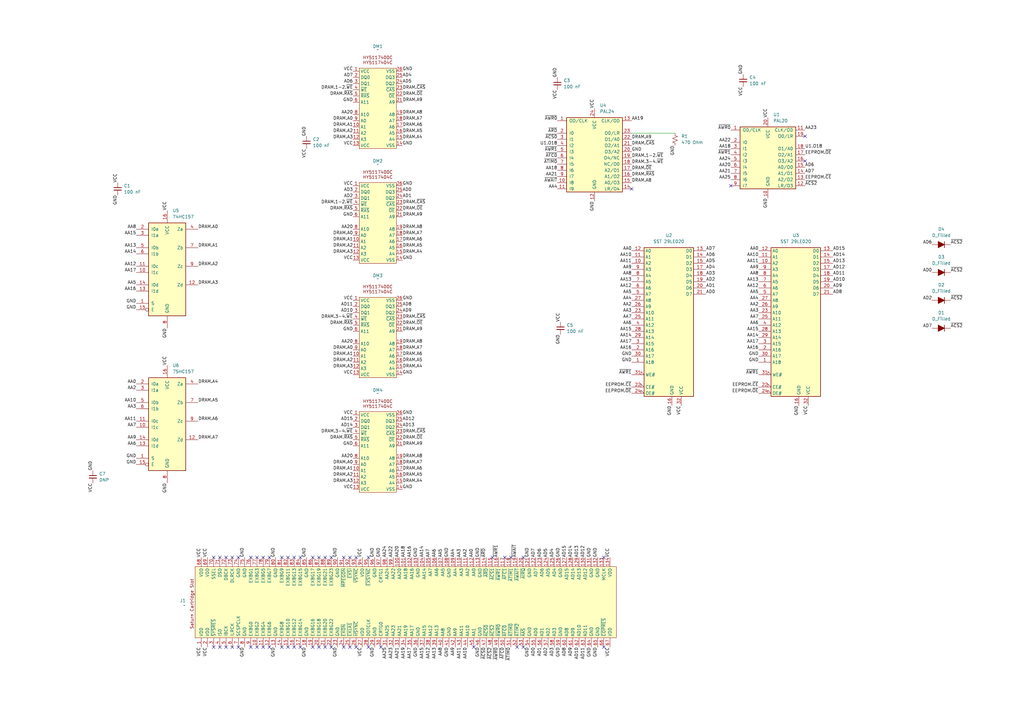
<source format=kicad_sch>
(kicad_sch (version 20250114) (generator "eeschema") (generator_version "9.0")
  (paper "A3")
  (lib_symbols
    (symbol "!Sega Saturn:Cartridge_Edge"
      (property "Reference" "J1" (at 0.0001 90.17 90))
      (property "Value" "~" (at -1.905 90.17 90))
      (symbol "Cartridge_Edge_1_1"
        (rectangle (start -15.24 86.36) (end 13.97 -86.36) (fill (type background)))
        (text "Saturn Cartridge Slot" (at -1.27 87.63 0) (effects (font (size 1.27 1.27))))
        (pin power_in line (at -19.05 83.82 0) (length 3.81) (name "VDD") (number "1"))
        (pin power_in line (at -19.05 81.28 0) (length 3.81) (name "VDD") (number "2"))
        (pin input line (at -19.05 78.74 0) (length 3.81) (name "~{SYSRES}") (number "3"))
        (pin input line (at -19.05 76.2 0) (length 3.81) (name "ISD") (number "4"))
        (pin input line (at -19.05 73.66 0) (length 3.81) (name "IBCK") (number "5"))
        (pin input line (at -19.05 71.12 0) (length 3.81) (name "ILRCK") (number "6"))
        (pin input line (at -19.05 68.58 0) (length 3.81) (name "SCSPCLK") (number "7"))
        (pin power_in line (at -19.05 66.04 0) (length 3.81) (name "GND") (number "8"))
        (pin input line (at -19.05 63.5 0) (length 3.81) (name "EXBG0") (number "9"))
        (pin input line (at -19.05 60.96 0) (length 3.81) (name "EXBG2") (number "10"))
        (pin input line (at -19.05 58.42 0) (length 3.81) (name "EXBG4") (number "11"))
        (pin input line (at -19.05 55.88 0) (length 3.81) (name "EXBG6") (number "12"))
        (pin power_in line (at -19.05 53.34 0) (length 3.81) (name "GND") (number "13"))
        (pin input line (at -19.05 50.8 0) (length 3.81) (name "EXBG8") (number "14"))
        (pin input line (at -19.05 48.26 0) (length 3.81) (name "EXBG10") (number "15"))
        (pin input line (at -19.05 45.72 0) (length 3.81) (name "EXBG12") (number "16"))
        (pin input line (at -19.05 43.18 0) (length 3.81) (name "EXBG14") (number "17"))
        (pin power_in line (at -19.05 40.64 0) (length 3.81) (name "GND") (number "18"))
        (pin input line (at -19.05 38.1 0) (length 3.81) (name "EXBG16") (number "19"))
        (pin input line (at -19.05 35.56 0) (length 3.81) (name "EXBG18") (number "20"))
        (pin input line (at -19.05 33.02 0) (length 3.81) (name "EXBG20") (number "21"))
        (pin input line (at -19.05 30.48 0) (length 3.81) (name "EXBG22") (number "22"))
        (pin power_in line (at -19.05 27.94 0) (length 3.81) (name "GND") (number "23"))
        (pin input line (at -19.05 25.4 0) (length 3.81) (name "~{EXON}") (number "24"))
        (pin input line (at -19.05 22.86 0) (length 3.81) (name "~{EXLA1}") (number "25"))
        (pin input line (at -19.05 20.32 0) (length 3.81) (name "~{HSYNC}") (number "26"))
        (pin power_in line (at -19.05 17.78 0) (length 3.81) (name "VDD") (number "27"))
        (pin input line (at -19.05 15.24 0) (length 3.81) (name "DOTCLK") (number "28"))
        (pin power_in line (at -19.05 12.7 0) (length 3.81) (name "GND") (number "29"))
        (pin input line (at -19.05 10.16 0) (length 3.81) (name "CRTG0") (number "30"))
        (pin input line (at -19.05 7.62 0) (length 3.81) (name "AA25") (number "31"))
        (pin input line (at -19.05 5.08 0) (length 3.81) (name "AA23") (number "32"))
        (pin input line (at -19.05 2.54 0) (length 3.81) (name "AA21") (number "33"))
        (pin input line (at -19.05 0 0) (length 3.81) (name "AA19") (number "34"))
        (pin input line (at -19.05 -2.54 0) (length 3.81) (name "AA17") (number "35"))
        (pin power_in line (at -19.05 -5.08 0) (length 3.81) (name "GND") (number "36"))
        (pin input line (at -19.05 -7.62 0) (length 3.81) (name "AA15") (number "37"))
        (pin input line (at -19.05 -10.16 0) (length 3.81) (name "AA12") (number "38"))
        (pin input line (at -19.05 -12.7 0) (length 3.81) (name "AA13") (number "39"))
        (pin input line (at -19.05 -15.24 0) (length 3.81) (name "AA8") (number "40"))
        (pin power_in line (at -19.05 -17.78 0) (length 3.81) (name "GND") (number "41"))
        (pin input line (at -19.05 -20.32 0) (length 3.81) (name "AA9") (number "42"))
        (pin input line (at -19.05 -22.86 0) (length 3.81) (name "AA11") (number "43"))
        (pin input line (at -19.05 -25.4 0) (length 3.81) (name "AA10") (number "44"))
        (pin input line (at -19.05 -27.94 0) (length 3.81) (name "AA1") (number "45"))
        (pin power_in line (at -19.05 -30.48 0) (length 3.81) (name "GND") (number "46"))
        (pin input line (at -19.05 -33.02 0) (length 3.81) (name "~{ACS0}") (number "47"))
        (pin input line (at -19.05 -35.56 0) (length 3.81) (name "~{ACS2}") (number "48"))
        (pin input line (at -19.05 -38.1 0) (length 3.81) (name "~{AWR0}") (number "49"))
        (pin input line (at -19.05 -40.64 0) (length 3.81) (name "~{AFC0}") (number "50"))
        (pin input line (at -19.05 -43.18 0) (length 3.81) (name "~{ATIM0}") (number "51"))
        (pin input line (at -19.05 -45.72 0) (length 3.81) (name "~{ATIM2}") (number "52"))
        (pin input line (at -19.05 -48.26 0) (length 3.81) (name "~{AAS}") (number "53"))
        (pin power_in line (at -19.05 -50.8 0) (length 3.81) (name "GND") (number "54"))
        (pin bidirectional line (at -19.05 -53.34 0) (length 3.81) (name "AD0") (number "55"))
        (pin bidirectional line (at -19.05 -55.88 0) (length 3.81) (name "AD1") (number "56"))
        (pin bidirectional line (at -19.05 -58.42 0) (length 3.81) (name "AD2") (number "57"))
        (pin bidirectional line (at -19.05 -60.96 0) (length 3.81) (name "AD3") (number "58"))
        (pin power_in line (at -19.05 -63.5 0) (length 3.81) (name "GND") (number "59"))
        (pin bidirectional line (at -19.05 -66.04 0) (length 3.81) (name "AD8") (number "60"))
        (pin bidirectional line (at -19.05 -68.58 0) (length 3.81) (name "AD9") (number "61"))
        (pin bidirectional line (at -19.05 -71.12 0) (length 3.81) (name "AD10") (number "62"))
        (pin bidirectional line (at -19.05 -73.66 0) (length 3.81) (name "AD11") (number "63"))
        (pin power_in line (at -19.05 -76.2 0) (length 3.81) (name "GND") (number "64"))
        (pin power_in line (at -19.05 -78.74 0) (length 3.81) (name "GND") (number "65"))
        (pin input line (at -19.05 -81.28 0) (length 3.81) (name "~{COPRES}") (number "66"))
        (pin power_in line (at -19.05 -83.82 0) (length 3.81) (name "VDD") (number "67"))
        (pin power_in line (at 17.78 83.82 180) (length 3.81) (name "VDD") (number "68"))
        (pin power_in line (at 17.78 81.28 180) (length 3.81) (name "VDD") (number "69"))
        (pin input line (at 17.78 78.74 180) (length 3.81) (name "SSEL") (number "70"))
        (pin input line (at 17.78 76.2 180) (length 3.81) (name "DSD") (number "71"))
        (pin input line (at 17.78 73.66 180) (length 3.81) (name "DBCK") (number "72"))
        (pin input line (at 17.78 71.12 180) (length 3.81) (name "DLRCK") (number "73"))
        (pin power_in line (at 17.78 68.58 180) (length 3.81) (name "GND") (number "74"))
        (pin power_in line (at 17.78 66.04 180) (length 3.81) (name "GND") (number "75"))
        (pin input line (at 17.78 63.5 180) (length 3.81) (name "EXBG1") (number "76"))
        (pin input line (at 17.78 60.96 180) (length 3.81) (name "EXBG3") (number "77"))
        (pin input line (at 17.78 58.42 180) (length 3.81) (name "EXBG5") (number "78"))
        (pin input line (at 17.78 55.88 180) (length 3.81) (name "EXBG7") (number "79"))
        (pin power_in line (at 17.78 53.34 180) (length 3.81) (name "GND") (number "80"))
        (pin input line (at 17.78 50.8 180) (length 3.81) (name "EXBG9") (number "81"))
        (pin input line (at 17.78 48.26 180) (length 3.81) (name "EXBG11") (number "82"))
        (pin input line (at 17.78 45.72 180) (length 3.81) (name "EXBG13") (number "83"))
        (pin input line (at 17.78 43.18 180) (length 3.81) (name "EXBG15") (number "84"))
        (pin power_in line (at 17.78 40.64 180) (length 3.81) (name "GND") (number "85"))
        (pin input line (at 17.78 38.1 180) (length 3.81) (name "EXBG17") (number "86"))
        (pin input line (at 17.78 35.56 180) (length 3.81) (name "EXBG19") (number "87"))
        (pin input line (at 17.78 33.02 180) (length 3.81) (name "EXBG21") (number "88"))
        (pin input line (at 17.78 30.48 180) (length 3.81) (name "EXBG23") (number "89"))
        (pin power_in line (at 17.78 27.94 180) (length 3.81) (name "GND") (number "90"))
        (pin input line (at 17.78 25.4 180) (length 3.81) (name "~{MPEGON}") (number "91"))
        (pin input line (at 17.78 22.86 180) (length 3.81) (name "~{EXSI}") (number "92"))
        (pin input line (at 17.78 20.32 180) (length 3.81) (name "~{VSYNC}") (number "93"))
        (pin power_in line (at 17.78 17.78 180) (length 3.81) (name "VDD") (number "94"))
        (pin input line (at 17.78 15.24 180) (length 3.81) (name "~{EXSYNC}") (number "95"))
        (pin power_in line (at 17.78 12.7 180) (length 3.81) (name "GND") (number "96"))
        (pin input line (at 17.78 10.16 180) (length 3.81) (name "CRTG1") (number "97"))
        (pin input line (at 17.78 7.62 180) (length 3.81) (name "AA24") (number "98"))
        (pin input line (at 17.78 5.08 180) (length 3.81) (name "AA22") (number "99"))
        (pin input line (at 17.78 2.54 180) (length 3.81) (name "AA20") (number "100"))
        (pin input line (at 17.78 0 180) (length 3.81) (name "AA18") (number "101"))
        (pin input line (at 17.78 -2.54 180) (length 3.81) (name "AA16") (number "102"))
        (pin power_in line (at 17.78 -5.08 180) (length 3.81) (name "GND") (number "103"))
        (pin input line (at 17.78 -7.62 180) (length 3.81) (name "AA14") (number "104"))
        (pin input line (at 17.78 -10.16 180) (length 3.81) (name "AA7") (number "105"))
        (pin input line (at 17.78 -12.7 180) (length 3.81) (name "AA6") (number "106"))
        (pin input line (at 17.78 -15.24 180) (length 3.81) (name "AA5") (number "107"))
        (pin power_in line (at 17.78 -17.78 180) (length 3.81) (name "GND") (number "108"))
        (pin input line (at 17.78 -20.32 180) (length 3.81) (name "AA4") (number "109"))
        (pin input line (at 17.78 -22.86 180) (length 3.81) (name "AA3") (number "110"))
        (pin input line (at 17.78 -25.4 180) (length 3.81) (name "AA2") (number "111"))
        (pin input line (at 17.78 -27.94 180) (length 3.81) (name "AA0") (number "112"))
        (pin power_in line (at 17.78 -30.48 180) (length 3.81) (name "GND") (number "113"))
        (pin input line (at 17.78 -33.02 180) (length 3.81) (name "~{ARD}") (number "114"))
        (pin input line (at 17.78 -35.56 180) (length 3.81) (name "~{ACS1}") (number "115"))
        (pin input line (at 17.78 -38.1 180) (length 3.81) (name "~{AWR1}") (number "116"))
        (pin input line (at 17.78 -40.64 180) (length 3.81) (name "~{AFC1}") (number "117"))
        (pin input line (at 17.78 -43.18 180) (length 3.81) (name "~{ATIM1}") (number "118"))
        (pin input line (at 17.78 -45.72 180) (length 3.81) (name "~{AWAIT}") (number "119"))
        (pin input line (at 17.78 -48.26 180) (length 3.81) (name "~{AIRQ}") (number "120"))
        (pin power_in line (at 17.78 -50.8 180) (length 3.81) (name "GND") (number "121"))
        (pin bidirectional line (at 17.78 -53.34 180) (length 3.81) (name "AD7") (number "122"))
        (pin bidirectional line (at 17.78 -55.88 180) (length 3.81) (name "AD6") (number "123"))
        (pin bidirectional line (at 17.78 -58.42 180) (length 3.81) (name "AD5") (number "124"))
        (pin bidirectional line (at 17.78 -60.96 180) (length 3.81) (name "AD4") (number "125"))
        (pin power_in line (at 17.78 -63.5 180) (length 3.81) (name "GND") (number "126"))
        (pin bidirectional line (at 17.78 -66.04 180) (length 3.81) (name "AD15") (number "127"))
        (pin bidirectional line (at 17.78 -68.58 180) (length 3.81) (name "AD14") (number "128"))
        (pin bidirectional line (at 17.78 -71.12 180) (length 3.81) (name "AD13") (number "129"))
        (pin bidirectional line (at 17.78 -73.66 180) (length 3.81) (name "AD12") (number "130"))
        (pin power_in line (at 17.78 -76.2 180) (length 3.81) (name "GND") (number "131"))
        (pin power_in line (at 17.78 -78.74 180) (length 3.81) (name "GND") (number "132"))
        (pin input line (at 17.78 -81.28 180) (length 3.81) (name "MCLK") (number "133"))
        (pin power_in line (at 17.78 -83.82 180) (length 3.81) (name "VDD") (number "134"))
      )
    )
    (symbol "!Sega Saturn:HY5117404C"
      (property "Reference" "U" (at 0 0 0))
      (symbol "HY5117404C_0_0"
        (pin power_in line (at -10.16 15.24 0) (length 2.54) (name "VCC") (number "1"))
        (pin bidirectional line (at -10.16 12.7 0) (length 2.54) (name "DQ0") (number "2"))
        (pin bidirectional line (at -10.16 10.16 0) (length 2.54) (name "DQ1") (number "3"))
        (pin input line (at -10.16 7.62 0) (length 2.54) (name "~{WE}") (number "4"))
        (pin input line (at -10.16 5.08 0) (length 2.54) (name "~{RAS}") (number "5"))
        (pin input line (at -10.16 2.54 0) (length 2.54) (name "A11") (number "6"))
        (pin input line (at -10.16 -2.54 0) (length 2.54) (name "A10") (number "8"))
        (pin input line (at -10.16 -5.08 0) (length 2.54) (name "A0") (number "9"))
        (pin input line (at -10.16 -7.62 0) (length 2.54) (name "A1") (number "10"))
        (pin input line (at -10.16 -10.16 0) (length 2.54) (name "A2") (number "11"))
        (pin input line (at -10.16 -12.7 0) (length 2.54) (name "A3") (number "12"))
        (pin power_in line (at -10.16 -15.24 0) (length 2.54) (name "VCC") (number "13"))
        (pin power_in line (at 10.16 15.24 180) (length 2.54) (name "VSS") (number "26"))
        (pin bidirectional line (at 10.16 12.7 180) (length 2.54) (name "DQ3") (number "25"))
        (pin bidirectional line (at 10.16 10.16 180) (length 2.54) (name "DQ2") (number "24"))
        (pin input line (at 10.16 7.62 180) (length 2.54) (name "~{CAS}") (number "23"))
        (pin input line (at 10.16 5.08 180) (length 2.54) (name "~{OE}") (number "22"))
        (pin input line (at 10.16 2.54 180) (length 2.54) (name "A9") (number "21"))
        (pin input line (at 10.16 -2.54 180) (length 2.54) (name "A8") (number "19"))
        (pin input line (at 10.16 -5.08 180) (length 2.54) (name "A7") (number "18"))
        (pin input line (at 10.16 -7.62 180) (length 2.54) (name "A6") (number "17"))
        (pin input line (at 10.16 -10.16 180) (length 2.54) (name "A5") (number "16"))
        (pin input line (at 10.16 -12.7 180) (length 2.54) (name "A4") (number "15"))
        (pin power_in line (at 10.16 -15.24 180) (length 2.54) (name "VSS") (number "14"))
      )
      (symbol "HY5117404C_1_1"
        (rectangle (start -7.62 16.51) (end 7.62 -16.51) (fill (type background)))
        (text "HY5117400C\nHY5117404C" (at 0 19.812 0) (effects (font (size 1.27 1.27))))
      )
    )
    (symbol "!Sega Saturn:SST29LE020"
      (property "Reference" "U3" (at 0 36.83 0))
      (property "Value" "SST 29LE020" (at 0 34.29 0))
      (symbol "SST29LE020_0_1"
        (rectangle (start -10.16 31.75) (end 10.16 -29.21) (stroke (width 0.254)) (fill (type background)))
      )
      (symbol "SST29LE020_1_1"
        (pin input line (at -15.24 30.48 0) (length 5.08) (name "A0") (number "12"))
        (pin input line (at -15.24 27.94 0) (length 5.08) (name "A1") (number "11"))
        (pin input line (at -15.24 25.4 0) (length 5.08) (name "A2") (number "10"))
        (pin input line (at -15.24 22.86 0) (length 5.08) (name "A3") (number "9"))
        (pin input line (at -15.24 20.32 0) (length 5.08) (name "A4") (number "8"))
        (pin input line (at -15.24 17.78 0) (length 5.08) (name "A5") (number "7"))
        (pin input line (at -15.24 15.24 0) (length 5.08) (name "A6") (number "6"))
        (pin input line (at -15.24 12.7 0) (length 5.08) (name "A7") (number "5"))
        (pin input line (at -15.24 10.16 0) (length 5.08) (name "A8") (number "27"))
        (pin input line (at -15.24 7.62 0) (length 5.08) (name "A9") (number "26"))
        (pin input line (at -15.24 5.08 0) (length 5.08) (name "A10") (number "23"))
        (pin input line (at -15.24 2.54 0) (length 5.08) (name "A11") (number "25"))
        (pin input line (at -15.24 0 0) (length 5.08) (name "A12") (number "4"))
        (pin input line (at -15.24 -2.54 0) (length 5.08) (name "A13") (number "28"))
        (pin input line (at -15.24 -5.08 0) (length 5.08) (name "A14") (number "29"))
        (pin input line (at -15.24 -7.62 0) (length 5.08) (name "A15") (number "3"))
        (pin input line (at -15.24 -10.16 0) (length 5.08) (name "A16") (number "2"))
        (pin input line (at -15.24 -12.7 0) (length 5.08) (name "A17") (number "30"))
        (pin input line (at -15.24 -15.24 0) (length 5.08) (name "A18") (number "1"))
        (pin input input_low (at -15.24 -20.32 0) (length 5.08) (name "WE#") (number "31"))
        (pin input input_low (at -15.24 -25.4 0) (length 5.08) (name "CE#") (number "22"))
        (pin input input_low (at -15.24 -27.94 0) (length 5.08) (name "OE#") (number "24"))
        (pin power_in line (at 1.27 -33.02 90) (length 3.81) (name "GND") (number "16"))
        (pin power_in line (at 5.08 -33.02 90) (length 3.81) (name "VCC") (number "32"))
        (pin tri_state line (at 15.24 30.48 180) (length 5.08) (name "D0") (number "13"))
        (pin tri_state line (at 15.24 27.94 180) (length 5.08) (name "D1") (number "14"))
        (pin tri_state line (at 15.24 25.4 180) (length 5.08) (name "D2") (number "15"))
        (pin tri_state line (at 15.24 22.86 180) (length 5.08) (name "D3") (number "17"))
        (pin tri_state line (at 15.24 20.32 180) (length 5.08) (name "D4") (number "18"))
        (pin tri_state line (at 15.24 17.78 180) (length 5.08) (name "D5") (number "19"))
        (pin tri_state line (at 15.24 15.24 180) (length 5.08) (name "D6") (number "20"))
        (pin tri_state line (at 15.24 12.7 180) (length 5.08) (name "D7") (number "21"))
      )
    )
    (symbol "74xx:74LS157" (pin_names (offset 1.016))
      (property "Reference" "U" (at -7.62 19.05 0))
      (property "Value" "74LS157" (at -7.62 -21.59 0))
      (symbol "74LS157_1_0"
        (pin input line (at -12.7 15.24 0) (length 5.08) (name "I0a") (number "2"))
        (pin input line (at -12.7 12.7 0) (length 5.08) (name "I1a") (number "3"))
        (pin input line (at -12.7 7.62 0) (length 5.08) (name "I0b") (number "5"))
        (pin input line (at -12.7 5.08 0) (length 5.08) (name "I1b") (number "6"))
        (pin input line (at -12.7 0 0) (length 5.08) (name "I0c") (number "11"))
        (pin input line (at -12.7 -2.54 0) (length 5.08) (name "I1c") (number "10"))
        (pin input line (at -12.7 -7.62 0) (length 5.08) (name "I0d") (number "14"))
        (pin input line (at -12.7 -10.16 0) (length 5.08) (name "I1d") (number "13"))
        (pin input line (at -12.7 -15.24 0) (length 5.08) (name "S") (number "1"))
        (pin input inverted (at -12.7 -17.78 0) (length 5.08) (name "E") (number "15"))
        (pin power_in line (at 0 22.86 270) (length 5.08) (name "VCC") (number "16"))
        (pin power_in line (at 0 -25.4 90) (length 5.08) (name "GND") (number "8"))
        (pin output line (at 12.7 15.24 180) (length 5.08) (name "Za") (number "4"))
        (pin output line (at 12.7 7.62 180) (length 5.08) (name "Zb") (number "7"))
        (pin output line (at 12.7 0 180) (length 5.08) (name "Zc") (number "9"))
        (pin output line (at 12.7 -7.62 180) (length 5.08) (name "Zd") (number "12"))
      )
      (symbol "74LS157_1_1"
        (rectangle (start -7.62 17.78) (end 7.62 -20.32) (stroke (width 0.254)) (fill (type background)))
      )
    )
    (symbol "Device:C_Small" (pin_numbers (hide yes)) (pin_names (offset 0.254) (hide yes))
      (property "Reference" "C" (at 0.254 1.778 0))
      (property "Value" "C_Small" (at 0.254 -2.032 0))
      (symbol "C_Small_0_1"
        (polyline (pts (xy -1.524 0.508) (xy 1.524 0.508)) (stroke (width 0.3048)))
        (polyline (pts (xy -1.524 -0.508) (xy 1.524 -0.508)) (stroke (width 0.3302)))
      )
      (symbol "C_Small_1_1"
        (pin passive line (at 0 2.54 270) (length 2.032) (name "~") (number "1"))
        (pin passive line (at 0 -2.54 90) (length 2.032) (name "~") (number "2"))
      )
    )
    (symbol "Device:D_Filled" (pin_numbers (hide yes)) (pin_names (offset 1.016) (hide yes))
      (property "Reference" "D" (at 0 2.54 0))
      (property "Value" "D_Filled" (at 0 -2.54 0))
      (symbol "D_Filled_0_1"
        (polyline (pts (xy -1.27 1.27) (xy -1.27 -1.27)) (stroke (width 0.254)))
        (polyline (pts (xy 1.27 1.27) (xy 1.27 -1.27) (xy -1.27 0) (xy 1.27 1.27)) (stroke (width 0.254)) (fill (type outline)))
        (polyline (pts (xy 1.27 0) (xy -1.27 0)))
      )
      (symbol "D_Filled_1_1"
        (pin passive line (at -3.81 0 0) (length 2.54) (name "K") (number "1"))
        (pin passive line (at 3.81 0 180) (length 2.54) (name "A") (number "2"))
      )
    )
    (symbol "Device:R_Small_US" (pin_numbers (hide yes)) (pin_names (offset 0.254) (hide yes))
      (property "Reference" "R" (at 0.762 0.508 0))
      (property "Value" "R_Small_US" (at 0.762 -1.016 0))
      (symbol "R_Small_US_1_1"
        (polyline (pts (xy 0 1.524) (xy 1.016 1.143) (xy 0 0.762) (xy -1.016 0.381) (xy 0 0)))
        (polyline (pts (xy 0 0) (xy 1.016 -0.381) (xy 0 -0.762) (xy -1.016 -1.143) (xy 0 -1.524)))
        (pin passive line (at 0 2.54 270) (length 1.016) (name "~") (number "1"))
        (pin passive line (at 0 -2.54 90) (length 1.016) (name "~") (number "2"))
      )
    )
    (symbol "Logic_Programmable:PAL20" (pin_names (offset 1.016))
      (property "Reference" "U" (at -11.684 16.51 0))
      (property "Value" "PAL20" (at 10.16 16.51 0))
      (symbol "PAL20_0_1"
        (rectangle (start -11.43 -11.43) (end 11.43 13.97) (stroke (width 0.254)) (fill (type background)))
      )
      (symbol "PAL20_1_1"
        (pin passive line (at -15.24 12.7 0) (length 3.81) (name "OD/CLK") (number "1"))
        (pin passive line (at -15.24 7.62 0) (length 3.81) (name "I0") (number "2"))
        (pin passive line (at -15.24 5.08 0) (length 3.81) (name "I1") (number "3"))
        (pin passive line (at -15.24 2.54 0) (length 3.81) (name "I2") (number "4"))
        (pin passive line (at -15.24 0 0) (length 3.81) (name "I3") (number "5"))
        (pin passive line (at -15.24 -2.54 0) (length 3.81) (name "I4") (number "6"))
        (pin passive line (at -15.24 -5.08 0) (length 3.81) (name "I5") (number "7"))
        (pin passive line (at -15.24 -7.62 0) (length 3.81) (name "I6") (number "8"))
        (pin passive line (at -15.24 -10.16 0) (length 3.81) (name "I7") (number "9"))
        (pin passive line (at 0 17.78 270) (length 3.81) (name "VCC") (number "20"))
        (pin passive line (at 0 -15.24 90) (length 3.81) (name "GND") (number "10"))
        (pin passive line (at 15.24 12.7 180) (length 3.81) (name "CLK/OD") (number "11"))
        (pin passive line (at 15.24 10.16 180) (length 3.81) (name "O0/LR") (number "19"))
        (pin passive line (at 15.24 5.08 180) (length 3.81) (name "O1/A0") (number "18"))
        (pin passive line (at 15.24 2.54 180) (length 3.81) (name "O2/A1") (number "17"))
        (pin passive line (at 15.24 0 180) (length 3.81) (name "O3/A2") (number "16"))
        (pin passive line (at 15.24 -2.54 180) (length 3.81) (name "A0/O0") (number "15"))
        (pin passive line (at 15.24 -5.08 180) (length 3.81) (name "A1/O1") (number "14"))
        (pin passive line (at 15.24 -7.62 180) (length 3.81) (name "A2/O2") (number "13"))
        (pin passive line (at 15.24 -10.16 180) (length 3.81) (name "LR/O3") (number "12"))
      )
    )
    (symbol "Logic_Programmable:PAL24" (pin_names (offset 1.016))
      (property "Reference" "U" (at -11.938 17.526 0))
      (property "Value" "PAL24" (at 9.906 17.526 0))
      (symbol "PAL24_0_1"
        (rectangle (start -11.43 -13.97) (end 11.43 16.51) (stroke (width 0.254)) (fill (type background)))
      )
      (symbol "PAL24_1_1"
        (pin passive line (at -15.24 15.24 0) (length 3.81) (name "OD/CLK") (number "1"))
        (pin passive line (at -15.24 10.16 0) (length 3.81) (name "I0") (number "2"))
        (pin passive line (at -15.24 7.62 0) (length 3.81) (name "I1") (number "3"))
        (pin passive line (at -15.24 5.08 0) (length 3.81) (name "I2") (number "4"))
        (pin passive line (at -15.24 2.54 0) (length 3.81) (name "I3") (number "5"))
        (pin passive line (at -15.24 0 0) (length 3.81) (name "I4") (number "6"))
        (pin passive line (at -15.24 -2.54 0) (length 3.81) (name "I5") (number "7"))
        (pin passive line (at -15.24 -5.08 0) (length 3.81) (name "I6") (number "8"))
        (pin passive line (at -15.24 -7.62 0) (length 3.81) (name "I7") (number "9"))
        (pin passive line (at -15.24 -10.16 0) (length 3.81) (name "I8") (number "10"))
        (pin passive line (at -15.24 -12.7 0) (length 3.81) (name "I9") (number "11"))
        (pin passive line (at 0 20.32 270) (length 3.81) (name "VCC") (number "24"))
        (pin passive line (at 0 -17.78 90) (length 3.81) (name "GND") (number "12"))
        (pin passive line (at 15.24 15.24 180) (length 3.81) (name "CLK/OD") (number "13"))
        (pin passive line (at 15.24 10.16 180) (length 3.81) (name "O0/LR") (number "23"))
        (pin passive line (at 15.24 7.62 180) (length 3.81) (name "O1/A0") (number "22"))
        (pin passive line (at 15.24 5.08 180) (length 3.81) (name "O2/A1") (number "21"))
        (pin passive line (at 15.24 2.54 180) (length 3.81) (name "O3/A2") (number "20"))
        (pin passive line (at 15.24 0 180) (length 3.81) (name "O4/NC") (number "19"))
        (pin passive line (at 15.24 -2.54 180) (length 3.81) (name "NC/O0") (number "18"))
        (pin passive line (at 15.24 -5.08 180) (length 3.81) (name "A2/O1") (number "17"))
        (pin passive line (at 15.24 -7.62 180) (length 3.81) (name "A1/O2") (number "16"))
        (pin passive line (at 15.24 -10.16 180) (length 3.81) (name "A0/O3") (number "15"))
        (pin passive line (at 15.24 -12.7 180) (length 3.81) (name "LR/O4") (number "14"))
      )
    )
  )
  (no_connect (at 120.65 265.43))
  (no_connect (at 130.81 265.43))
  (no_connect (at 90.17 228.6))
  (no_connect (at 118.11 228.6))
  (no_connect (at 330.2 55.88))
  (no_connect (at 115.57 228.6))
  (no_connect (at 92.71 228.6))
  (no_connect (at 146.05 228.6))
  (no_connect (at 156.21 265.43))
  (no_connect (at 146.05 265.43))
  (no_connect (at 299.72 76.2))
  (no_connect (at 133.35 265.43))
  (no_connect (at 128.27 265.43))
  (no_connect (at 110.49 228.6))
  (no_connect (at 135.89 228.6))
  (no_connect (at 105.41 265.43))
  (no_connect (at 209.55 228.6))
  (no_connect (at 151.13 265.43))
  (no_connect (at 102.87 228.6))
  (no_connect (at 97.79 265.43))
  (no_connect (at 140.97 228.6))
  (no_connect (at 259.08 77.47))
  (no_connect (at 151.13 228.6))
  (no_connect (at 201.93 228.6))
  (no_connect (at 105.41 228.6))
  (no_connect (at 92.71 265.43))
  (no_connect (at 110.49 265.43))
  (no_connect (at 247.65 265.43))
  (no_connect (at 95.25 265.43))
  (no_connect (at 128.27 228.6))
  (no_connect (at 107.95 228.6))
  (no_connect (at 247.65 228.6))
  (no_connect (at 194.31 265.43))
  (no_connect (at 118.11 265.43))
  (no_connect (at 143.51 228.6))
  (no_connect (at 102.87 265.43))
  (no_connect (at 214.63 265.43))
  (no_connect (at 330.2 66.04))
  (no_connect (at 87.63 265.43))
  (no_connect (at 133.35 228.6))
  (no_connect (at 123.19 265.43))
  (no_connect (at 87.63 228.6))
  (no_connect (at 123.19 228.6))
  (no_connect (at 107.95 265.43))
  (no_connect (at 95.25 228.6))
  (no_connect (at 143.51 265.43))
  (no_connect (at 90.17 265.43))
  (no_connect (at 214.63 228.6))
  (no_connect (at 140.97 265.43))
  (no_connect (at 120.65 228.6))
  (no_connect (at 212.09 265.43))
  (no_connect (at 207.01 228.6))
  (no_connect (at 135.89 265.43))
  (no_connect (at 97.79 228.6))
  (no_connect (at 130.81 228.6))
  (no_connect (at 115.57 265.43))
  (wire (pts (xy 259.08 54.61) (xy 276.86 54.61)))
  (label "DRAM.A0" (at 144.78 190.5 180))
  (label "DRAM.1-2.~{WE}" (at 144.78 83.82 180))
  (label "DRAM.1-2.~{WE}" (at 259.08 64.77 0))
  (label "~{ACS2}" (at 389.89 134.62 0))
  (label "AA8" (at 181.61 265.43 270))
  (label "DRAM.A7" (at 165.1 96.52 0))
  (label "~{AWR0}" (at 204.47 265.43 270))
  (label "AA2" (at 55.88 160.02 180))
  (label "AA20" (at 299.72 68.58 180))
  (label "AD6" (at 289.56 105.41 0))
  (label "AA13" (at 259.08 115.57 180))
  (label "AA6" (at 311.15 133.35 180))
  (label "~{ACS0}" (at 228.6 57.15 180))
  (label "AD13" (at 341.63 107.95 0))
  (label "DRAM.A1" (at 144.78 146.05 180))
  (label "GND" (at 196.85 265.43 270))
  (label "GND" (at 100.33 228.6 90))
  (label "GND" (at 165.1 76.2 0))
  (label "EEPROM.~{CE}" (at 259.08 158.75 180))
  (label "VCC" (at 82.55 228.6 90))
  (label "AA6" (at 55.88 182.88 180))
  (label "AD1" (at 222.25 265.43 270))
  (label "~{ATIM0}" (at 228.6 67.31 180))
  (label "DRAM.A8" (at 165.1 187.96 0))
  (label "AD6" (at 330.2 68.58 0))
  (label "AA5" (at 55.88 116.84 180))
  (label "AA0" (at 259.08 102.87 180))
  (label "DRAM.A3" (at 144.78 151.13 180))
  (label "DRAM.A5" (at 165.1 101.6 0))
  (label "AA11" (at 189.23 265.43 270))
  (label "AD5" (at 224.79 228.6 90))
  (label "AA8" (at 259.08 113.03 180))
  (label "AA2" (at 259.08 125.73 180))
  (label "AA16" (at 55.88 119.38 180))
  (label "DRAM.~{CAS}" (at 165.1 177.8 0))
  (label "AD13" (at 237.49 228.6 90))
  (label "AA10" (at 259.08 105.41 180))
  (label "~{ACS2}" (at 389.89 100.33 0))
  (label "GND" (at 259.08 148.59 180))
  (label "DRAM.A9" (at 165.1 135.89 0))
  (label "DRAM.~{RAS}" (at 144.78 133.35 180))
  (label "DRAM.~{CAS}" (at 165.1 83.82 0))
  (label "AD14" (at 234.95 228.6 90))
  (label "AD1" (at 289.56 118.11 0))
  (label "GND" (at 171.45 265.43 270))
  (label "GND" (at 113.03 228.6 90))
  (label "AA25" (at 299.72 73.66 180))
  (label "AA7" (at 259.08 130.81 180))
  (label "~{AWAIT}" (at 228.6 74.93 180))
  (label "AA24" (at 158.75 228.6 90))
  (label "AD0" (at 289.56 120.65 0))
  (label "~{ARD}" (at 228.6 54.61 180))
  (label "AD7" (at 289.56 102.87 0))
  (label "DRAM.A7" (at 165.1 143.51 0))
  (label "AA17" (at 311.15 140.97 180))
  (label "GND" (at 165.1 106.68 0))
  (label "DRAM.A6" (at 165.1 193.04 0))
  (label "VCC" (at 144.78 123.19 180))
  (label "AD1" (at 165.1 81.28 0))
  (label "AA10" (at 191.77 265.43 270))
  (label "AA5" (at 259.08 120.65 180))
  (label "AA3" (at 311.15 128.27 180))
  (label "AA17" (at 55.88 111.76 180))
  (label "AD3" (at 227.33 265.43 270))
  (label "AD7" (at 144.78 31.75 180))
  (label "AA9" (at 311.15 110.49 180))
  (label "AA15" (at 173.99 265.43 270))
  (label "AD7" (at 330.2 71.12 0))
  (label "AD4" (at 289.56 110.49 0))
  (label "AD0" (at 382.27 111.76 180))
  (label "GND" (at 68.58 198.12 270))
  (label "~{ACS2}" (at 330.2 76.2 0))
  (label "DRAM.~{RAS}" (at 144.78 39.37 180))
  (label "GND" (at 113.03 265.43 270))
  (label "AA21" (at 163.83 265.43 270))
  (label "GND" (at 245.11 228.6 90))
  (label "AA2" (at 311.15 125.73 180))
  (label "AD8" (at 341.63 120.65 0))
  (label "AD10" (at 144.78 128.27 180))
  (label "GND" (at 55.88 187.96 180))
  (label "DRAM.A9" (at 165.1 182.88 0))
  (label "GND" (at 153.67 265.43 270))
  (label "GND" (at 38.1 193.04 90))
  (label "GND" (at 242.57 228.6 90))
  (label "AD11" (at 240.03 265.43 270))
  (label "DRAM.A8" (at 165.1 140.97 0))
  (label "AD4" (at 165.1 31.75 0))
  (label "EEPROM.~{CE}" (at 330.2 73.66 0))
  (label "AA14" (at 173.99 228.6 90))
  (label "AA25" (at 158.75 265.43 270))
  (label "AA19" (at 259.08 49.53 0))
  (label "VCC" (at 304.8 35.56 270))
  (label "AA20" (at 144.78 140.97 180))
  (label "DRAM.A2" (at 81.28 109.22 0))
  (label "AA0" (at 194.31 228.6 90))
  (label "VCC" (at 243.84 44.45 90))
  (label "VCC" (at 229.87 132.08 90))
  (label "DRAM.~{CAS}" (at 165.1 36.83 0))
  (label "GND" (at 156.21 228.6 90))
  (label "VCC" (at 82.55 265.43 270))
  (label "AD6" (at 382.27 100.33 180))
  (label "DRAM.A4" (at 165.1 104.14 0))
  (label "AD4" (at 227.33 228.6 90))
  (label "GND" (at 125.73 265.43 270))
  (label "DRAM.A0" (at 144.78 143.51 180))
  (label "DRAM.A0" (at 81.28 93.98 0))
  (label "GND" (at 327.66 166.37 270))
  (label "EEPROM.~{OE}" (at 259.08 161.29 180))
  (label "VCC" (at 144.78 200.66 180))
  (label "AA15" (at 55.88 96.52 180))
  (label "~{AFC0}" (at 228.6 64.77 180))
  (label "~{ATIM0}" (at 209.55 265.43 270))
  (label "AD6" (at 144.78 34.29 180))
  (label "AD12" (at 240.03 228.6 90))
  (label "VCC" (at 144.78 153.67 180))
  (label "AA20" (at 144.78 93.98 180))
  (label "DRAM.~{OE}" (at 165.1 133.35 0))
  (label "AA20" (at 144.78 187.96 180))
  (label "DRAM.A3" (at 144.78 104.14 180))
  (label "DRAM.A3" (at 81.28 116.84 0))
  (label "GND" (at 311.15 148.59 180))
  (label "AA6" (at 179.07 228.6 90))
  (label "GND" (at 259.08 62.23 0))
  (label "AD9" (at 341.63 118.11 0))
  (label "AD15" (at 341.63 102.87 0))
  (label "GND" (at 276.86 59.69 270))
  (label "AD15" (at 144.78 172.72 180))
  (label "AD8" (at 232.41 265.43 270))
  (label "~{ACS0}" (at 199.39 265.43 270))
  (label "DRAM.A2" (at 144.78 101.6 180))
  (label "AD9" (at 165.1 128.27 0))
  (label "EEPROM.~{CE}" (at 311.15 158.75 180))
  (label "~{AWR1}" (at 311.15 153.67 180))
  (label "AA23" (at 330.2 53.34 0))
  (label "VCC" (at 331.47 166.37 270))
  (label "~{ACS2}" (at 201.93 265.43 270))
  (label "AA13" (at 55.88 101.6 180))
  (label "DRAM.A7" (at 165.1 190.5 0))
  (label "DRAM.~{RAS}" (at 144.78 180.34 180))
  (label "AD12" (at 165.1 172.72 0))
  (label "AA14" (at 311.15 138.43 180))
  (label "U1.O18" (at 330.2 60.96 0))
  (label "GND" (at 144.78 88.9 180))
  (label "DRAM.A4" (at 165.1 57.15 0))
  (label "AA2" (at 191.77 228.6 90))
  (label "AA9" (at 259.08 110.49 180))
  (label "DRAM.A5" (at 165.1 195.58 0))
  (label "AA10" (at 311.15 105.41 180))
  (label "GND" (at 229.87 137.16 270))
  (label "AA15" (at 311.15 135.89 180))
  (label "DRAM.A1" (at 144.78 193.04 180))
  (label "AA9" (at 55.88 180.34 180))
  (label "AD0" (at 165.1 78.74 0))
  (label "DRAM.~{OE}" (at 165.1 86.36 0))
  (label "AD9" (at 234.95 265.43 270))
  (label "AA14" (at 55.88 104.14 180))
  (label "GND" (at 144.78 41.91 180))
  (label "GND" (at 165.1 123.19 0))
  (label "DRAM.~{RAS}" (at 259.08 72.39 0))
  (label "DRAM.A6" (at 165.1 146.05 0))
  (label "VCC" (at 85.09 228.6 90))
  (label "GND" (at 217.17 228.6 90))
  (label "GND" (at 138.43 265.43 270))
  (label "AA3" (at 189.23 228.6 90))
  (label "~{AWR1}" (at 299.72 63.5 180))
  (label "AD14" (at 144.78 175.26 180))
  (label "AA8" (at 55.88 93.98 180))
  (label "GND" (at 125.73 228.6 90))
  (label "GND" (at 48.26 80.01 270))
  (label "AA11" (at 311.15 107.95 180))
  (label "AA16" (at 311.15 143.51 180))
  (label "AA4" (at 311.15 123.19 180))
  (label "EEPROM.~{OE}" (at 311.15 161.29 180))
  (label "GND" (at 153.67 228.6 90))
  (label "GND" (at 55.88 127 180))
  (label "VCC" (at 148.59 228.6 90))
  (label "AD2" (at 144.78 81.28 180))
  (label "AD2" (at 382.27 123.19 180))
  (label "DRAM.A6" (at 165.1 99.06 0))
  (label "AA11" (at 259.08 107.95 180))
  (label "EEPROM.~{OE}" (at 330.2 63.5 0))
  (label "DRAM.A4" (at 165.1 151.13 0))
  (label "AA16" (at 259.08 143.51 180))
  (label "AD7" (at 219.71 228.6 90))
  (label "VCC" (at 144.78 106.68 180))
  (label "DRAM.A4" (at 165.1 198.12 0))
  (label "AA15" (at 259.08 135.89 180))
  (label "~{AWAIT}" (at 212.09 228.6 90))
  (label "AA9" (at 186.69 265.43 270))
  (label "DRAM.1-2.~{WE}" (at 144.78 36.83 180))
  (label "AD5" (at 165.1 34.29 0))
  (label "VCC" (at 228.6 36.83 270))
  (label "AA10" (at 55.88 165.1 180))
  (label "GND" (at 165.1 170.18 0))
  (label "DRAM.~{CAS}" (at 165.1 130.81 0))
  (label "GND" (at 68.58 134.62 270))
  (label "U1.O18" (at 228.6 59.69 180))
  (label "DRAM.A3" (at 144.78 198.12 180))
  (label "AD15" (at 232.41 228.6 90))
  (label "AD13" (at 165.1 175.26 0))
  (label "VCC" (at 144.78 76.2 180))
  (label "VCC" (at 144.78 170.18 180))
  (label "AD2" (at 289.56 115.57 0))
  (label "DRAM.~{CAS}" (at 259.08 59.69 0))
  (label "AA7" (at 311.15 130.81 180))
  (label "AA0" (at 311.15 102.87 180))
  (label "AA22" (at 161.29 228.6 90))
  (label "GND" (at 165.1 29.21 0))
  (label "GND" (at 196.85 228.6 90))
  (label "DRAM.~{OE}" (at 165.1 180.34 0))
  (label "DRAM.A2" (at 144.78 54.61 180))
  (label "AA21" (at 228.6 72.39 180))
  (label "GND" (at 100.33 265.43 270))
  (label "AA3" (at 55.88 167.64 180))
  (label "AA19" (at 166.37 265.43 270))
  (label "AA8" (at 311.15 113.03 180))
  (label "GND" (at 217.17 265.43 270))
  (label "AA16" (at 168.91 228.6 90))
  (label "DRAM.A4" (at 81.28 157.48 0))
  (label "DRAM.A2" (at 144.78 195.58 180))
  (label "AA22" (at 299.72 58.42 180))
  (label "GND" (at 184.15 228.6 90))
  (label "~{AWR1}" (at 259.08 153.67 180))
  (label "DRAM.~{RAS}" (at 144.78 86.36 180))
  (label "GND" (at 144.78 135.89 180))
  (label "AA12" (at 176.53 265.43 270))
  (label "GND" (at 55.88 190.5 180))
  (label "VCC" (at 68.58 86.36 90))
  (label "VCC" (at 144.78 29.21 180))
  (label "AA4" (at 259.08 123.19 180))
  (label "AA6" (at 259.08 133.35 180))
  (label "GND" (at 55.88 124.46 180))
  (label "VCC" (at 38.1 198.12 270))
  (label "GND" (at 165.1 153.67 0))
  (label "DRAM.3-4.~{WE}" (at 144.78 130.81 180))
  (label "DRAM.A7" (at 81.28 180.34 0))
  (label "AA3" (at 259.08 128.27 180))
  (label "AD11" (at 144.78 125.73 180))
  (label "AA7" (at 55.88 175.26 180))
  (label "AD12" (at 341.63 110.49 0))
  (label "VCC" (at 144.78 59.69 180))
  (label "AA24" (at 299.72 66.04 180))
  (label "VCC" (at 148.59 265.43 270))
  (label "~{ARD}" (at 199.39 228.6 90))
  (label "AA4" (at 228.6 77.47 180))
  (label "DRAM.A9" (at 165.1 88.9 0))
  (label "AA13" (at 179.07 265.43 270))
  (label "DRAM.~{OE}" (at 259.08 69.85 0))
  (label "AA14" (at 259.08 138.43 180))
  (label "DRAM.A8" (at 165.1 46.99 0))
  (label "AD10" (at 341.63 115.57 0))
  (label "AA18" (at 228.6 69.85 180))
  (label "AA0" (at 55.88 157.48 180))
  (label "GND" (at 242.57 265.43 270))
  (label "AD8" (at 165.1 125.73 0))
  (label "AA4" (at 186.69 228.6 90))
  (label "GND" (at 229.87 265.43 270))
  (label "AA5" (at 181.61 228.6 90))
  (label "DRAM.3-4.~{WE}" (at 144.78 177.8 180))
  (label "~{ACS2}" (at 389.89 123.19 0))
  (label "VCC" (at 250.19 265.43 270))
  (label "DRAM.A6" (at 165.1 52.07 0))
  (label "GND" (at 228.6 31.75 90))
  (label "DRAM.A1" (at 144.78 52.07 180))
  (label "GND" (at 125.73 55.88 90))
  (label "~{AWR1}" (at 204.47 228.6 90))
  (label "DRAM.A9" (at 259.08 57.15 0))
  (label "AA21" (at 299.72 71.12 180))
  (label "AD3" (at 144.78 78.74 180))
  (label "DRAM.~{OE}" (at 165.1 39.37 0))
  (label "GND" (at 165.1 200.66 0))
  (label "AD11" (at 341.63 113.03 0))
  (label "GND" (at 165.1 59.69 0))
  (label "AA18" (at 166.37 228.6 90))
  (label "AD6" (at 222.25 228.6 90))
  (label "DRAM.A7" (at 165.1 49.53 0))
  (label "DRAM.A1" (at 144.78 99.06 180))
  (label "GND" (at 275.59 166.37 270))
  (label "AA20" (at 144.78 46.99 180))
  (label "AA12" (at 55.88 109.22 180))
  (label "AA20" (at 163.83 228.6 90))
  (label "AA18" (at 299.72 60.96 180))
  (label "VCC" (at 85.09 265.43 270))
  (label "GND" (at 144.78 182.88 180))
  (label "DRAM.A2" (at 144.78 148.59 180))
  (label "DRAM.A1" (at 81.28 101.6 0))
  (label "AA11" (at 55.88 172.72 180))
  (label "GND" (at 243.84 82.55 270))
  (label "DRAM.A8" (at 165.1 93.98 0))
  (label "~{AWR0}" (at 228.6 49.53 180))
  (label "AA5" (at 311.15 120.65 180))
  (label "GND" (at 314.96 81.28 270))
  (label "GND" (at 311.15 146.05 180))
  (label "VCC" (at 68.58 149.86 90))
  (label "VCC" (at 125.73 60.96 270))
  (label "DRAM.A6" (at 81.28 172.72 0))
  (label "DRAM.A3" (at 144.78 57.15 180))
  (label "GND" (at 184.15 265.43 270))
  (label "GND" (at 229.87 228.6 90))
  (label "DRAM.A8" (at 259.08 74.93 0))
  (label "DRAM.A5" (at 81.28 165.1 0))
  (label "DRAM.A0" (at 144.78 96.52 180))
  (label "DRAM.A0" (at 144.78 49.53 180))
  (label "VCC" (at 250.19 228.6 90))
  (label "VCC" (at 48.26 74.93 90))
  (label "VCC" (at 314.96 48.26 90))
  (label "AD10" (at 237.49 265.43 270))
  (label "AD7" (at 382.27 134.62 180))
  (label "DRAM.3-4.~{WE}" (at 259.08 67.31 0))
  (label "~{ACS2}" (at 389.89 111.76 0))
  (label "GND" (at 259.08 146.05 180))
  (label "~{AWR0}" (at 299.72 53.34 180))
  (label "AD0" (at 219.71 265.43 270))
  (label "AA12" (at 259.08 118.11 180))
  (label "AD2" (at 224.79 265.43 270))
  (label "AD3" (at 289.56 113.03 0))
  (label "AA13" (at 311.15 115.57 180))
  (label "~{AFC0}" (at 207.01 265.43 270))
  (label "GND" (at 245.11 265.43 270))
  (label "AA17" (at 168.91 265.43 270))
  (label "DRAM.A5" (at 165.1 54.61 0))
  (label "AA23" (at 161.29 265.43 270))
  (label "AA7" (at 176.53 228.6 90))
  (label "GND" (at 138.43 228.6 90))
  (label "VCC" (at 279.4 166.37 270))
  (label "DRAM.A9" (at 165.1 41.91 0))
  (label "GND" (at 304.8 30.48 90))
  (label "AD5" (at 289.56 107.95 0))
  (label "AA12" (at 311.15 118.11 180))
  (label "AD14" (at 341.63 105.41 0))
  (label "AA17" (at 259.08 140.97 180))
  (label "~{AWR1}" (at 228.6 62.23 180))
  (label "GND" (at 171.45 228.6 90))
  (label "DRAM.A5" (at 165.1 148.59 0))
  (symbol (lib_id "!Sega Saturn:HY5117404C") (at 154.94 138.43 0) (unit 1)
    (property "Reference" "DM3" (at 154.94 113.03 0))
    (property "Value" "~" (at 154.94 114.3 0))
    (property "Footprint" "!Sega Saturn:DRAM" (effects (hide yes)))
  )
  (symbol (lib_id "Device:C_Small") (at 228.6 34.29 0) (unit 1)
    (property "Reference" "C3" (at 231.14 33.0262 0) (effects (justify left)))
    (property "Value" "100 nF" (at 231.14 35.5662 0) (effects (justify left)))
    (property "Footprint" "!Sega Saturn:SMD" (effects (hide yes)))
    (property "Description" "Unpolarized capacitor, small symbol" (effects (hide yes)))
  )
  (symbol (lib_id "Device:D_Filled") (at 386.08 134.62 0) (mirror y) (unit 1)
    (property "Reference" "D1" (at 386.08 128.27 0))
    (property "Value" "D_Filled" (at 386.08 130.81 0))
    (property "Footprint" "!Sega Saturn:Diode" (effects (hide yes)))
    (property "Description" "Diode, filled shape" (effects (hide yes)))
    (property "Sim.Device" "D" (effects (hide yes)))
    (property "Sim.Pins" "1=K 2=A" (effects (hide yes)))
  )
  (symbol (lib_id "!Sega Saturn:Cartridge_Edge") (at 166.37 246.38 90) (unit 1)
    (property "Reference" "J1" (at 76.2 246.3799 90) (effects (justify left)))
    (property "Value" "~" (at 76.2 248.285 90) (effects (justify left)))
    (property "Footprint" "!Sega Saturn:Edge Connecto5" (effects (hide yes)))
  )
  (symbol (lib_id "Device:C_Small") (at 125.73 58.42 0) (unit 1)
    (property "Reference" "C2" (at 128.27 57.1562 0) (effects (justify left)))
    (property "Value" "100 nF" (at 128.27 59.6962 0) (effects (justify left)))
    (property "Footprint" "!Sega Saturn:SMD" (effects (hide yes)))
    (property "Description" "Unpolarized capacitor, small symbol" (effects (hide yes)))
  )
  (symbol (lib_id "Device:D_Filled") (at 386.08 100.33 0) (mirror y) (unit 1)
    (property "Reference" "D4" (at 386.08 93.98 0))
    (property "Value" "D_Filled" (at 386.08 96.52 0))
    (property "Footprint" "!Sega Saturn:Diode" (effects (hide yes)))
    (property "Description" "Diode, filled shape" (effects (hide yes)))
    (property "Sim.Device" "D" (effects (hide yes)))
    (property "Sim.Pins" "1=K 2=A" (effects (hide yes)))
  )
  (symbol (lib_id "!Sega Saturn:HY5117404C") (at 154.94 185.42 0) (unit 1)
    (property "Reference" "DM4" (at 154.94 160.02 0))
    (property "Value" "~" (at 154.94 161.29 0))
    (property "Footprint" "!Sega Saturn:DRAM" (effects (hide yes)))
  )
  (symbol (lib_id "Device:C_Small") (at 38.1 195.58 0) (unit 1)
    (property "Reference" "C7" (at 40.64 194.3162 0) (effects (justify left)))
    (property "Value" "DNP" (at 40.64 196.8562 0) (effects (justify left)))
    (property "Footprint" "!Sega Saturn:SMD" (effects (hide yes)))
    (property "Description" "Unpolarized capacitor, small symbol" (effects (hide yes)))
  )
  (symbol (lib_id "Device:C_Small") (at 48.26 77.47 0) (unit 1)
    (property "Reference" "C1" (at 50.8 76.2062 0) (effects (justify left)))
    (property "Value" "100 nF" (at 50.8 78.7462 0) (effects (justify left)))
    (property "Footprint" "!Sega Saturn:SMD" (effects (hide yes)))
    (property "Description" "Unpolarized capacitor, small symbol" (effects (hide yes)))
  )
  (symbol (lib_id "74xx:74LS157") (at 68.58 172.72 0) (unit 1)
    (property "Reference" "U6" (at 70.7233 149.86 0) (effects (justify left)))
    (property "Value" "75HC157" (at 70.7233 152.4 0) (effects (justify left)))
    (property "Footprint" "Package_DIP:DIP-16_W7.62mm" (effects (hide yes)))
    (property "Datasheet" "http://www.ti.com/lit/gpn/sn74LS157" (effects (hide yes)))
    (property "Description" "Quad 2 to 1 line Multiplexer" (effects (hide yes)))
  )
  (symbol (lib_id "!Sega Saturn:SST29LE020") (at 326.39 133.35 0) (unit 1)
    (property "Reference" "U3" (at 326.39 96.52 0))
    (property "Value" "SST 29LE020" (at 326.39 99.06 0))
    (property "Footprint" "!Sega Saturn:PLCC-32" (effects (hide yes)))
  )
  (symbol (lib_id "!Sega Saturn:SST29LE020") (at 274.32 133.35 0) (unit 1)
    (property "Reference" "U2" (at 274.32 96.52 0))
    (property "Value" "SST 29LE020" (at 274.32 99.06 0))
    (property "Footprint" "!Sega Saturn:PLCC-32" (effects (hide yes)))
  )
  (symbol (lib_id "Device:R_Small_US") (at 276.86 57.15 0) (unit 1)
    (property "Reference" "R1" (at 279.4 55.8799 0) (effects (justify left)))
    (property "Value" "470 Ohm" (at 279.4 58.4199 0) (effects (justify left)))
    (property "Footprint" "!Sega Saturn:SMD" (effects (hide yes)))
    (property "Description" "Resistor, small US symbol" (effects (hide yes)))
  )
  (symbol (lib_id "74xx:74LS157") (at 68.58 109.22 0) (unit 1)
    (property "Reference" "U5" (at 70.7233 86.36 0) (effects (justify left)))
    (property "Value" "74HC157" (at 70.7233 88.9 0) (effects (justify left)))
    (property "Footprint" "Package_DIP:DIP-16_W7.62mm" (effects (hide yes)))
    (property "Datasheet" "http://www.ti.com/lit/gpn/sn74LS157" (effects (hide yes)))
    (property "Description" "Quad 2 to 1 line Multiplexer" (effects (hide yes)))
  )
  (symbol (lib_id "Device:D_Filled") (at 386.08 123.19 0) (mirror y) (unit 1)
    (property "Reference" "D2" (at 386.08 116.84 0))
    (property "Value" "D_Filled" (at 386.08 119.38 0))
    (property "Footprint" "!Sega Saturn:Diode" (effects (hide yes)))
    (property "Description" "Diode, filled shape" (effects (hide yes)))
    (property "Sim.Device" "D" (effects (hide yes)))
    (property "Sim.Pins" "1=K 2=A" (effects (hide yes)))
  )
  (symbol (lib_id "Device:C_Small") (at 229.87 134.62 0) (unit 1)
    (property "Reference" "C5" (at 232.41 133.3562 0) (effects (justify left)))
    (property "Value" "100 nF" (at 232.41 135.8962 0) (effects (justify left)))
    (property "Footprint" "!Sega Saturn:SMD" (effects (hide yes)))
    (property "Description" "Unpolarized capacitor, small symbol" (effects (hide yes)))
  )
  (symbol (lib_id "Device:D_Filled") (at 386.08 111.76 0) (mirror y) (unit 1)
    (property "Reference" "D3" (at 386.08 105.41 0))
    (property "Value" "D_Filled" (at 386.08 107.95 0))
    (property "Footprint" "!Sega Saturn:Diode" (effects (hide yes)))
    (property "Description" "Diode, filled shape" (effects (hide yes)))
    (property "Sim.Device" "D" (effects (hide yes)))
    (property "Sim.Pins" "1=K 2=A" (effects (hide yes)))
  )
  (symbol (lib_id "!Sega Saturn:HY5117404C") (at 154.94 44.45 0) (unit 1)
    (property "Reference" "DM1" (at 154.94 19.05 0))
    (property "Value" "~" (at 154.94 20.32 0))
    (property "Footprint" "!Sega Saturn:DRAM" (effects (hide yes)))
  )
  (symbol (lib_id "Logic_Programmable:PAL20") (at 314.96 66.04 0) (unit 1)
    (property "Reference" "U1" (at 317.1033 46.99 0) (effects (justify left)))
    (property "Value" "PAL20" (at 317.1033 49.53 0) (effects (justify left)))
    (property "Footprint" "Package_DIP:DIP-20_W7.62mm" (effects (hide yes)))
    (property "Description" "generic 20-pin Programmable Array Logic (PAL) device" (effects (hide yes)))
  )
  (symbol (lib_id "Device:C_Small") (at 304.8 33.02 0) (unit 1)
    (property "Reference" "C4" (at 307.34 31.7562 0) (effects (justify left)))
    (property "Value" "100 nF" (at 307.34 34.2962 0) (effects (justify left)))
    (property "Footprint" "!Sega Saturn:SMD" (effects (hide yes)))
    (property "Description" "Unpolarized capacitor, small symbol" (effects (hide yes)))
  )
  (symbol (lib_id "!Sega Saturn:HY5117404C") (at 154.94 91.44 0) (unit 1)
    (property "Reference" "DM2" (at 154.94 66.04 0))
    (property "Value" "~" (at 154.94 67.31 0))
    (property "Footprint" "!Sega Saturn:DRAM" (effects (hide yes)))
  )
  (symbol (lib_id "Logic_Programmable:PAL24") (at 243.84 64.77 0) (unit 1)
    (property "Reference" "U4" (at 245.9833 43.18 0) (effects (justify left)))
    (property "Value" "PAL24" (at 245.9833 45.72 0) (effects (justify left)))
    (property "Footprint" "Package_DIP:DIP-24_W7.62mm" (effects (hide yes)))
    (property "Description" "generic 24-pin Programmable Array Logic (PAL) device" (effects (hide yes)))
  )
)
</source>
